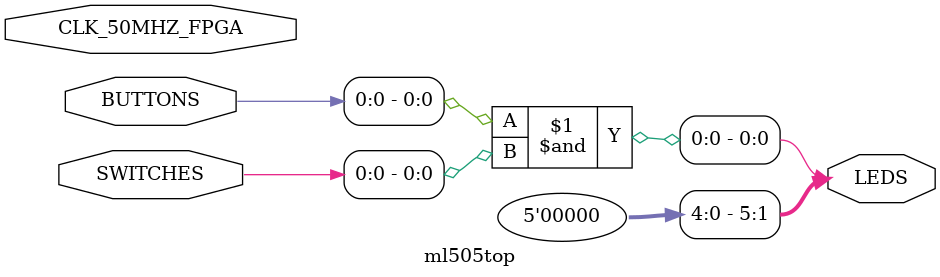
<source format=v>
`timescale 1ns / 1ps

module ml505top(
    input CLK_50MHZ_FPGA,
    input [3:0] BUTTONS,
    input [1:0] SWITCHES,
    output [5:0] LEDS
    );

    and(LEDS[0], BUTTONS[0], SWITCHES[0]);
    assign LEDS[5:1] = 0;

endmodule
</source>
